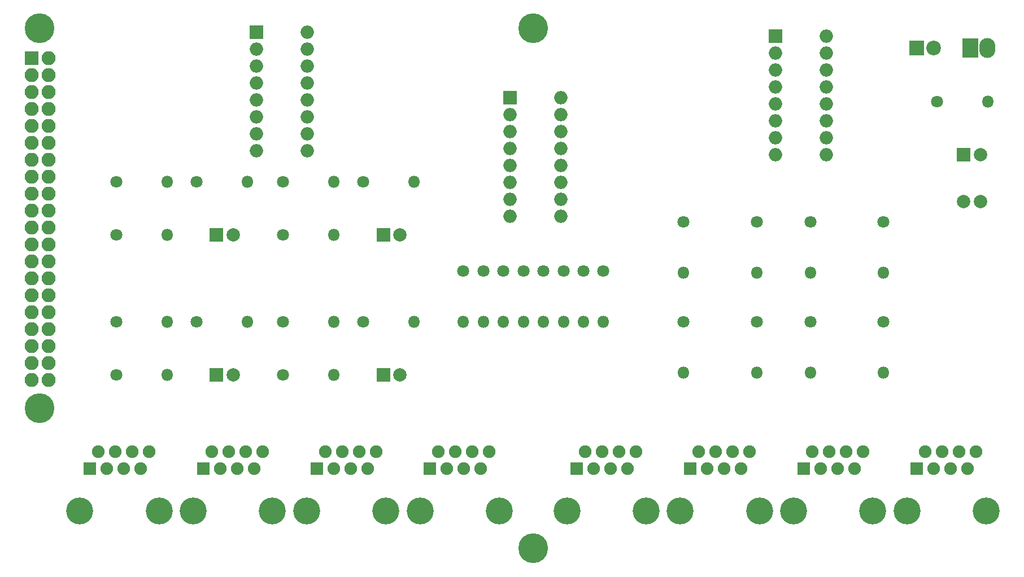
<source format=gbs>
G04 #@! TF.GenerationSoftware,KiCad,Pcbnew,(5.0.0-rc2-83-gda392728d)*
G04 #@! TF.CreationDate,2018-08-15T23:30:18-03:00*
G04 #@! TF.ProjectId,fb15,666231352E6B696361645F7063620000,rev?*
G04 #@! TF.SameCoordinates,Original*
G04 #@! TF.FileFunction,Soldermask,Bot*
G04 #@! TF.FilePolarity,Negative*
%FSLAX46Y46*%
G04 Gerber Fmt 4.6, Leading zero omitted, Abs format (unit mm)*
G04 Created by KiCad (PCBNEW (5.0.0-rc2-83-gda392728d)) date 08/15/18 23:30:18*
%MOMM*%
%LPD*%
G01*
G04 APERTURE LIST*
%ADD10C,4.050000*%
%ADD11R,1.900000X1.900000*%
%ADD12C,1.900000*%
%ADD13R,2.000000X2.000000*%
%ADD14C,2.000000*%
%ADD15O,2.000000X2.000000*%
%ADD16C,4.464000*%
%ADD17R,2.200000X2.200000*%
%ADD18C,2.200000*%
%ADD19O,2.100000X2.100000*%
%ADD20R,2.100000X2.100000*%
%ADD21R,2.400000X3.000000*%
%ADD22O,2.400000X3.000000*%
%ADD23O,1.800000X1.800000*%
%ADD24C,1.800000*%
G04 APERTURE END LIST*
D10*
G04 #@! TO.C,J3*
X178180000Y-138950000D03*
X166310000Y-138950000D03*
D11*
X167800000Y-132600000D03*
D12*
X169070000Y-130060000D03*
X170340000Y-132600000D03*
X171610000Y-130060000D03*
X172880000Y-132600000D03*
X174150000Y-130060000D03*
X175420000Y-132600000D03*
X176690000Y-130060000D03*
G04 #@! TD*
D10*
G04 #@! TO.C,J6*
X156180000Y-138950000D03*
X144310000Y-138950000D03*
D11*
X145800000Y-132600000D03*
D12*
X147070000Y-130060000D03*
X148340000Y-132600000D03*
X149610000Y-130060000D03*
X150880000Y-132600000D03*
X152150000Y-130060000D03*
X153420000Y-132600000D03*
X154690000Y-130060000D03*
G04 #@! TD*
D10*
G04 #@! TO.C,J1*
X105180000Y-138950000D03*
X93310000Y-138950000D03*
D11*
X94800000Y-132600000D03*
D12*
X96070000Y-130060000D03*
X97340000Y-132600000D03*
X98610000Y-130060000D03*
X99880000Y-132600000D03*
X101150000Y-130060000D03*
X102420000Y-132600000D03*
X103690000Y-130060000D03*
G04 #@! TD*
D13*
G04 #@! TO.C,C3*
X113800000Y-118600000D03*
D14*
X116300000Y-118600000D03*
G04 #@! TD*
D13*
G04 #@! TO.C,U1*
X119800000Y-67200000D03*
D15*
X127420000Y-84980000D03*
X119800000Y-69740000D03*
X127420000Y-82440000D03*
X119800000Y-72280000D03*
X127420000Y-79900000D03*
X119800000Y-74820000D03*
X127420000Y-77360000D03*
X119800000Y-77360000D03*
X127420000Y-74820000D03*
X119800000Y-79900000D03*
X127420000Y-72280000D03*
X119800000Y-82440000D03*
X127420000Y-69740000D03*
X119800000Y-84980000D03*
X127420000Y-67200000D03*
G04 #@! TD*
D16*
G04 #@! TO.C,REF\002A\002A*
X161300000Y-66600000D03*
G04 #@! TD*
G04 #@! TO.C,REF\002A\002A*
X161300000Y-144600000D03*
G04 #@! TD*
D14*
G04 #@! TO.C,C1*
X228300000Y-85600000D03*
D13*
X225800000Y-85600000D03*
G04 #@! TD*
D14*
G04 #@! TO.C,C2*
X225800000Y-92600000D03*
X228300000Y-92600000D03*
G04 #@! TD*
G04 #@! TO.C,C4*
X141300000Y-118600000D03*
D13*
X138800000Y-118600000D03*
G04 #@! TD*
D14*
G04 #@! TO.C,C5*
X116300000Y-97600000D03*
D13*
X113800000Y-97600000D03*
G04 #@! TD*
D14*
G04 #@! TO.C,C6*
X141300000Y-97600000D03*
D13*
X138800000Y-97600000D03*
G04 #@! TD*
D17*
G04 #@! TO.C,D1*
X218800000Y-69600000D03*
D18*
X221340000Y-69600000D03*
G04 #@! TD*
D12*
G04 #@! TO.C,J2*
X120690000Y-130060000D03*
X119420000Y-132600000D03*
X118150000Y-130060000D03*
X116880000Y-132600000D03*
X115610000Y-130060000D03*
X114340000Y-132600000D03*
X113070000Y-130060000D03*
D11*
X111800000Y-132600000D03*
D10*
X110310000Y-138950000D03*
X122180000Y-138950000D03*
G04 #@! TD*
D12*
G04 #@! TO.C,J4*
X193690000Y-130060000D03*
X192420000Y-132600000D03*
X191150000Y-130060000D03*
X189880000Y-132600000D03*
X188610000Y-130060000D03*
X187340000Y-132600000D03*
X186070000Y-130060000D03*
D11*
X184800000Y-132600000D03*
D10*
X183310000Y-138950000D03*
X195180000Y-138950000D03*
G04 #@! TD*
D12*
G04 #@! TO.C,J5*
X137690000Y-130060000D03*
X136420000Y-132600000D03*
X135150000Y-130060000D03*
X133880000Y-132600000D03*
X132610000Y-130060000D03*
X131340000Y-132600000D03*
X130070000Y-130060000D03*
D11*
X128800000Y-132600000D03*
D10*
X127310000Y-138950000D03*
X139180000Y-138950000D03*
G04 #@! TD*
G04 #@! TO.C,J7*
X212180000Y-138950000D03*
X200310000Y-138950000D03*
D11*
X201800000Y-132600000D03*
D12*
X203070000Y-130060000D03*
X204340000Y-132600000D03*
X205610000Y-130060000D03*
X206880000Y-132600000D03*
X208150000Y-130060000D03*
X209420000Y-132600000D03*
X210690000Y-130060000D03*
G04 #@! TD*
G04 #@! TO.C,J8*
X227690000Y-130060000D03*
X226420000Y-132600000D03*
X225150000Y-130060000D03*
X223880000Y-132600000D03*
X222610000Y-130060000D03*
X221340000Y-132600000D03*
X220070000Y-130060000D03*
D11*
X218800000Y-132600000D03*
D10*
X217310000Y-138950000D03*
X229180000Y-138950000D03*
G04 #@! TD*
D19*
G04 #@! TO.C,J9*
X88590000Y-119320000D03*
X86050000Y-119320000D03*
X88590000Y-116780000D03*
X86050000Y-116780000D03*
X88590000Y-114240000D03*
X86050000Y-114240000D03*
X88590000Y-111700000D03*
X86050000Y-111700000D03*
X88590000Y-109160000D03*
X86050000Y-109160000D03*
X88590000Y-106620000D03*
X86050000Y-106620000D03*
X88590000Y-104080000D03*
X86050000Y-104080000D03*
X88590000Y-101540000D03*
X86050000Y-101540000D03*
X88590000Y-99000000D03*
X86050000Y-99000000D03*
X88590000Y-96460000D03*
X86050000Y-96460000D03*
X88590000Y-93920000D03*
X86050000Y-93920000D03*
X88590000Y-91380000D03*
X86050000Y-91380000D03*
X88590000Y-88840000D03*
X86050000Y-88840000D03*
X88590000Y-86300000D03*
X86050000Y-86300000D03*
X88590000Y-83760000D03*
X86050000Y-83760000D03*
X88590000Y-81220000D03*
X86050000Y-81220000D03*
X88590000Y-78680000D03*
X86050000Y-78680000D03*
X88590000Y-76140000D03*
X86050000Y-76140000D03*
X88590000Y-73600000D03*
X86050000Y-73600000D03*
X88590000Y-71060000D03*
D20*
X86050000Y-71060000D03*
G04 #@! TD*
D21*
G04 #@! TO.C,J10*
X226800000Y-69600000D03*
D22*
X229340000Y-69600000D03*
G04 #@! TD*
D23*
G04 #@! TO.C,R1*
X229420000Y-77600000D03*
D24*
X221800000Y-77600000D03*
G04 #@! TD*
D23*
G04 #@! TO.C,R2*
X150800000Y-110620000D03*
D24*
X150800000Y-103000000D03*
G04 #@! TD*
G04 #@! TO.C,R3*
X153800000Y-103000000D03*
D23*
X153800000Y-110620000D03*
G04 #@! TD*
G04 #@! TO.C,R4*
X156800000Y-110620000D03*
D24*
X156800000Y-103000000D03*
G04 #@! TD*
D23*
G04 #@! TO.C,R5*
X159800000Y-110620000D03*
D24*
X159800000Y-103000000D03*
G04 #@! TD*
G04 #@! TO.C,R6*
X162800000Y-103000000D03*
D23*
X162800000Y-110620000D03*
G04 #@! TD*
G04 #@! TO.C,R7*
X165800000Y-110620000D03*
D24*
X165800000Y-103000000D03*
G04 #@! TD*
D23*
G04 #@! TO.C,R8*
X168800000Y-110620000D03*
D24*
X168800000Y-103000000D03*
G04 #@! TD*
G04 #@! TO.C,R9*
X171800000Y-103000000D03*
D23*
X171800000Y-110620000D03*
G04 #@! TD*
G04 #@! TO.C,R10*
X106420000Y-118600000D03*
D24*
X98800000Y-118600000D03*
G04 #@! TD*
D23*
G04 #@! TO.C,R11*
X131420000Y-118600000D03*
D24*
X123800000Y-118600000D03*
G04 #@! TD*
G04 #@! TO.C,R12*
X98800000Y-110600000D03*
D23*
X106420000Y-110600000D03*
G04 #@! TD*
G04 #@! TO.C,R13*
X118420000Y-110600000D03*
D24*
X110800000Y-110600000D03*
G04 #@! TD*
G04 #@! TO.C,R14*
X123800000Y-110600000D03*
D23*
X131420000Y-110600000D03*
G04 #@! TD*
G04 #@! TO.C,R15*
X143420000Y-110600000D03*
D24*
X135800000Y-110600000D03*
G04 #@! TD*
G04 #@! TO.C,R16*
X98800000Y-97600000D03*
D23*
X106420000Y-97600000D03*
G04 #@! TD*
D24*
G04 #@! TO.C,R17*
X123800000Y-97600000D03*
D23*
X131420000Y-97600000D03*
G04 #@! TD*
G04 #@! TO.C,R18*
X106420000Y-89600000D03*
D24*
X98800000Y-89600000D03*
G04 #@! TD*
G04 #@! TO.C,R19*
X110800000Y-89600000D03*
D23*
X118420000Y-89600000D03*
G04 #@! TD*
G04 #@! TO.C,R20*
X131420000Y-89600000D03*
D24*
X123800000Y-89600000D03*
G04 #@! TD*
G04 #@! TO.C,R21*
X135800000Y-89600000D03*
D23*
X143420000Y-89600000D03*
G04 #@! TD*
G04 #@! TO.C,R22*
X183800000Y-118220000D03*
D24*
X183800000Y-110600000D03*
G04 #@! TD*
D23*
G04 #@! TO.C,R23*
X202800000Y-118220000D03*
D24*
X202800000Y-110600000D03*
G04 #@! TD*
G04 #@! TO.C,R24*
X194800000Y-110600000D03*
D23*
X194800000Y-118220000D03*
G04 #@! TD*
D24*
G04 #@! TO.C,R25*
X213800000Y-110600000D03*
D23*
X213800000Y-118220000D03*
G04 #@! TD*
G04 #@! TO.C,R26*
X183800000Y-103220000D03*
D24*
X183800000Y-95600000D03*
G04 #@! TD*
D23*
G04 #@! TO.C,R27*
X202800000Y-103220000D03*
D24*
X202800000Y-95600000D03*
G04 #@! TD*
G04 #@! TO.C,R28*
X194800000Y-95600000D03*
D23*
X194800000Y-103220000D03*
G04 #@! TD*
D24*
G04 #@! TO.C,R29*
X213800000Y-95600000D03*
D23*
X213800000Y-103220000D03*
G04 #@! TD*
D13*
G04 #@! TO.C,U2*
X197600000Y-67800000D03*
D15*
X205220000Y-85580000D03*
X197600000Y-70340000D03*
X205220000Y-83040000D03*
X197600000Y-72880000D03*
X205220000Y-80500000D03*
X197600000Y-75420000D03*
X205220000Y-77960000D03*
X197600000Y-77960000D03*
X205220000Y-75420000D03*
X197600000Y-80500000D03*
X205220000Y-72880000D03*
X197600000Y-83040000D03*
X205220000Y-70340000D03*
X197600000Y-85580000D03*
X205220000Y-67800000D03*
G04 #@! TD*
G04 #@! TO.C,U3*
X165420000Y-77000000D03*
X157800000Y-94780000D03*
X165420000Y-79540000D03*
X157800000Y-92240000D03*
X165420000Y-82080000D03*
X157800000Y-89700000D03*
X165420000Y-84620000D03*
X157800000Y-87160000D03*
X165420000Y-87160000D03*
X157800000Y-84620000D03*
X165420000Y-89700000D03*
X157800000Y-82080000D03*
X165420000Y-92240000D03*
X157800000Y-79540000D03*
X165420000Y-94780000D03*
D13*
X157800000Y-77000000D03*
G04 #@! TD*
D16*
G04 #@! TO.C,REF\002A\002A*
X87300000Y-66600000D03*
G04 #@! TD*
G04 #@! TO.C,REF\002A\002A*
X87300000Y-123600000D03*
G04 #@! TD*
M02*

</source>
